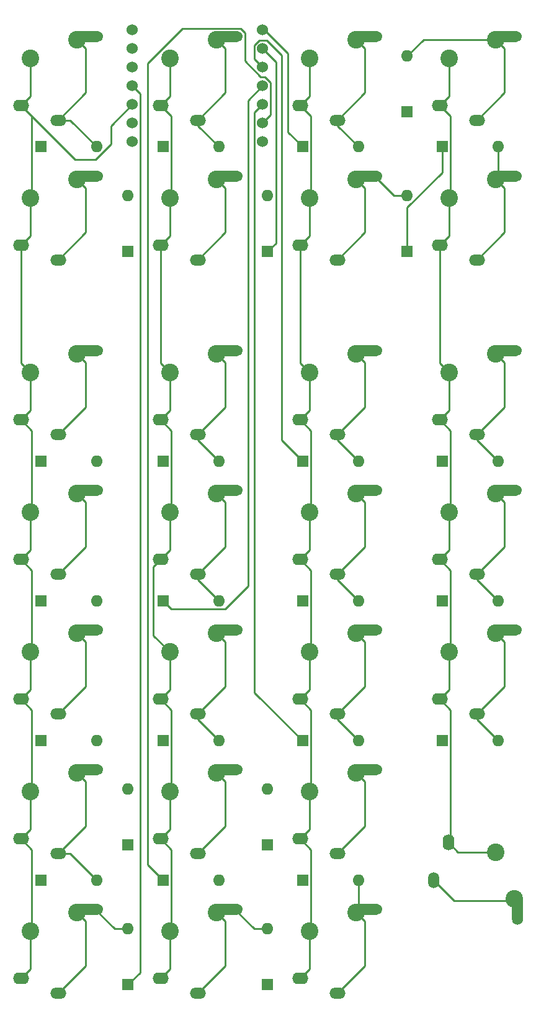
<source format=gbr>
%TF.GenerationSoftware,KiCad,Pcbnew,(7.0.0)*%
%TF.CreationDate,2023-04-04T17:59:29+09:00*%
%TF.ProjectId,fric10key,66726963-3130-46b6-9579-2e6b69636164,rev?*%
%TF.SameCoordinates,Original*%
%TF.FileFunction,Copper,L1,Top*%
%TF.FilePolarity,Positive*%
%FSLAX46Y46*%
G04 Gerber Fmt 4.6, Leading zero omitted, Abs format (unit mm)*
G04 Created by KiCad (PCBNEW (7.0.0)) date 2023-04-04 17:59:29*
%MOMM*%
%LPD*%
G01*
G04 APERTURE LIST*
G04 Aperture macros list*
%AMHorizOval*
0 Thick line with rounded ends*
0 $1 width*
0 $2 $3 position (X,Y) of the first rounded end (center of the circle)*
0 $4 $5 position (X,Y) of the second rounded end (center of the circle)*
0 Add line between two ends*
20,1,$1,$2,$3,$4,$5,0*
0 Add two circle primitives to create the rounded ends*
1,1,$1,$2,$3*
1,1,$1,$4,$5*%
G04 Aperture macros list end*
%TA.AperFunction,ComponentPad*%
%ADD10R,1.600000X1.600000*%
%TD*%
%TA.AperFunction,ComponentPad*%
%ADD11O,1.600000X1.600000*%
%TD*%
%TA.AperFunction,ComponentPad*%
%ADD12O,2.200000X1.600000*%
%TD*%
%TA.AperFunction,ComponentPad*%
%ADD13C,2.400000*%
%TD*%
%TA.AperFunction,ComponentPad*%
%ADD14O,2.200000X1.500000*%
%TD*%
%TA.AperFunction,ComponentPad*%
%ADD15HorizOval,1.500000X1.449945X0.012653X-1.449945X-0.012653X0*%
%TD*%
%TA.AperFunction,ComponentPad*%
%ADD16O,1.600000X2.200000*%
%TD*%
%TA.AperFunction,ComponentPad*%
%ADD17O,1.500000X2.200000*%
%TD*%
%TA.AperFunction,ComponentPad*%
%ADD18HorizOval,1.500000X0.012653X-1.449945X-0.012653X1.449945X0*%
%TD*%
%TA.AperFunction,ComponentPad*%
%ADD19C,1.524000*%
%TD*%
%TA.AperFunction,Conductor*%
%ADD20C,0.250000*%
%TD*%
G04 APERTURE END LIST*
D10*
%TO.P,D8,1,K*%
%TO.N,ROW2*%
X152399999Y-42862499D03*
D11*
%TO.P,D8,2,A*%
%TO.N,Net-(D8-A)*%
X160019999Y-42862499D03*
%TD*%
D12*
%TO.P,SW23,1,1*%
%TO.N,COL3*%
X133012499Y-137249999D03*
D13*
X134302500Y-130810000D03*
D14*
%TO.P,SW23,2,2*%
%TO.N,Net-(D23-A)*%
X138112499Y-139249999D03*
D13*
X140652500Y-128270000D03*
D15*
X142012541Y-127809598D03*
%TD*%
D12*
%TO.P,SW4,1,1*%
%TO.N,COL4*%
X152062499Y-37237499D03*
D13*
X153352500Y-30797500D03*
D14*
%TO.P,SW4,2,2*%
%TO.N,Net-(D4-A)*%
X157162499Y-39237499D03*
D13*
X159702500Y-28257500D03*
D15*
X161062541Y-27797098D03*
%TD*%
D10*
%TO.P,D21,1,K*%
%TO.N,ROW6*%
X97631249Y-142874999D03*
D11*
%TO.P,D21,2,A*%
%TO.N,Net-(D21-A)*%
X105251249Y-142874999D03*
%TD*%
D12*
%TO.P,SW26,1,1*%
%TO.N,COL2*%
X113962499Y-156299999D03*
D13*
X115252500Y-149860000D03*
D14*
%TO.P,SW26,2,2*%
%TO.N,Net-(D26-A)*%
X119062499Y-158299999D03*
D13*
X121602500Y-147320000D03*
D15*
X122962541Y-146859598D03*
%TD*%
D10*
%TO.P,D6,1,K*%
%TO.N,ROW2*%
X128587499Y-57149999D03*
D11*
%TO.P,D6,2,A*%
%TO.N,Net-(D6-A)*%
X128587499Y-49529999D03*
%TD*%
D10*
%TO.P,D14,1,K*%
%TO.N,ROW4*%
X114299999Y-104774999D03*
D11*
%TO.P,D14,2,A*%
%TO.N,Net-(D14-A)*%
X121919999Y-104774999D03*
%TD*%
D10*
%TO.P,D13,1,K*%
%TO.N,ROW4*%
X97631249Y-104774999D03*
D11*
%TO.P,D13,2,A*%
%TO.N,Net-(D13-A)*%
X105251249Y-104774999D03*
%TD*%
D12*
%TO.P,SW19,1,1*%
%TO.N,COL3*%
X133012499Y-118199999D03*
D13*
X134302500Y-111760000D03*
D14*
%TO.P,SW19,2,2*%
%TO.N,Net-(D19-A)*%
X138112499Y-120199999D03*
D13*
X140652500Y-109220000D03*
D15*
X142012541Y-108759598D03*
%TD*%
D12*
%TO.P,SW14,1,1*%
%TO.N,COL2*%
X113962499Y-99149999D03*
D13*
X115252500Y-92710000D03*
D14*
%TO.P,SW14,2,2*%
%TO.N,Net-(D14-A)*%
X119062499Y-101149999D03*
D13*
X121602500Y-90170000D03*
D15*
X122962541Y-89709598D03*
%TD*%
D10*
%TO.P,D7,1,K*%
%TO.N,ROW2*%
X147637499Y-57149999D03*
D11*
%TO.P,D7,2,A*%
%TO.N,Net-(D7-A)*%
X147637499Y-49529999D03*
%TD*%
D12*
%TO.P,SW2,1,1*%
%TO.N,COL2*%
X113962499Y-37237499D03*
D13*
X115252500Y-30797500D03*
D14*
%TO.P,SW2,2,2*%
%TO.N,Net-(D2-A)*%
X119062499Y-39237499D03*
D13*
X121602500Y-28257500D03*
D15*
X122962541Y-27797098D03*
%TD*%
D12*
%TO.P,SW16,1,1*%
%TO.N,COL4*%
X152062499Y-99149999D03*
D13*
X153352500Y-92710000D03*
D14*
%TO.P,SW16,2,2*%
%TO.N,Net-(D16-A)*%
X157162499Y-101149999D03*
D13*
X159702500Y-90170000D03*
D15*
X161062541Y-89709598D03*
%TD*%
D16*
%TO.P,SW24,1,1*%
%TO.N,COL4*%
X153262499Y-137774999D03*
D13*
X159702500Y-139065000D03*
D17*
%TO.P,SW24,2,2*%
%TO.N,Net-(D24-A)*%
X151262499Y-142874999D03*
D13*
X162242500Y-145415000D03*
D18*
X162702900Y-146775041D03*
%TD*%
D10*
%TO.P,D12,1,K*%
%TO.N,ROW3*%
X152399999Y-85724999D03*
D11*
%TO.P,D12,2,A*%
%TO.N,Net-(D12-A)*%
X160019999Y-85724999D03*
%TD*%
D12*
%TO.P,SW20,1,1*%
%TO.N,COL4*%
X152062499Y-118199999D03*
D13*
X153352500Y-111760000D03*
D14*
%TO.P,SW20,2,2*%
%TO.N,Net-(D20-A)*%
X157162499Y-120199999D03*
D13*
X159702500Y-109220000D03*
D15*
X161062541Y-108759598D03*
%TD*%
D12*
%TO.P,SW3,1,1*%
%TO.N,COL3*%
X133012499Y-37237499D03*
D13*
X134302500Y-30797500D03*
D14*
%TO.P,SW3,2,2*%
%TO.N,Net-(D3-A)*%
X138112499Y-39237499D03*
D13*
X140652500Y-28257500D03*
D15*
X142012541Y-27797098D03*
%TD*%
D10*
%TO.P,D5,1,K*%
%TO.N,ROW2*%
X109537499Y-57149999D03*
D11*
%TO.P,D5,2,A*%
%TO.N,Net-(D5-A)*%
X109537499Y-49529999D03*
%TD*%
D12*
%TO.P,SW12,1,1*%
%TO.N,COL4*%
X152062499Y-80099999D03*
D13*
X153352500Y-73660000D03*
D14*
%TO.P,SW12,2,2*%
%TO.N,Net-(D12-A)*%
X157162499Y-82099999D03*
D13*
X159702500Y-71120000D03*
D15*
X161062541Y-70659598D03*
%TD*%
D12*
%TO.P,SW10,1,1*%
%TO.N,COL2*%
X113962499Y-80099999D03*
D13*
X115252500Y-73660000D03*
D14*
%TO.P,SW10,2,2*%
%TO.N,Net-(D10-A)*%
X119062499Y-82099999D03*
D13*
X121602500Y-71120000D03*
D15*
X122962541Y-70659598D03*
%TD*%
D10*
%TO.P,D1,1,K*%
%TO.N,ROW1*%
X97631249Y-42862499D03*
D11*
%TO.P,D1,2,A*%
%TO.N,Net-(D1-A)*%
X105251249Y-42862499D03*
%TD*%
D10*
%TO.P,D23,1,K*%
%TO.N,ROW6*%
X128587499Y-138112499D03*
D11*
%TO.P,D23,2,A*%
%TO.N,Net-(D23-A)*%
X128587499Y-130492499D03*
%TD*%
D10*
%TO.P,D26,1,K*%
%TO.N,ROW7*%
X128587499Y-157162499D03*
D11*
%TO.P,D26,2,A*%
%TO.N,Net-(D26-A)*%
X128587499Y-149542499D03*
%TD*%
D10*
%TO.P,D24,1,K*%
%TO.N,ROW6*%
X114299999Y-142874999D03*
D11*
%TO.P,D24,2,A*%
%TO.N,Net-(D24-A)*%
X121919999Y-142874999D03*
%TD*%
D10*
%TO.P,D3,1,K*%
%TO.N,ROW1*%
X133349999Y-42862499D03*
D11*
%TO.P,D3,2,A*%
%TO.N,Net-(D3-A)*%
X140969999Y-42862499D03*
%TD*%
D12*
%TO.P,SW1,1,1*%
%TO.N,COL1*%
X94912499Y-37237499D03*
D13*
X96202500Y-30797500D03*
D14*
%TO.P,SW1,2,2*%
%TO.N,Net-(D1-A)*%
X100012499Y-39237499D03*
D13*
X102552500Y-28257500D03*
D15*
X103912541Y-27797098D03*
%TD*%
D10*
%TO.P,D22,1,K*%
%TO.N,ROW6*%
X109537499Y-138112499D03*
D11*
%TO.P,D22,2,A*%
%TO.N,Net-(D22-A)*%
X109537499Y-130492499D03*
%TD*%
D12*
%TO.P,SW9,1,1*%
%TO.N,COL1*%
X94912499Y-80099999D03*
D13*
X96202500Y-73660000D03*
D14*
%TO.P,SW9,2,2*%
%TO.N,Net-(D9-A)*%
X100012499Y-82099999D03*
D13*
X102552500Y-71120000D03*
D15*
X103912541Y-70659598D03*
%TD*%
D10*
%TO.P,D11,1,K*%
%TO.N,ROW3*%
X133349999Y-85724999D03*
D11*
%TO.P,D11,2,A*%
%TO.N,Net-(D11-A)*%
X140969999Y-85724999D03*
%TD*%
D10*
%TO.P,D4,1,K*%
%TO.N,ROW1*%
X147637499Y-38099999D03*
D11*
%TO.P,D4,2,A*%
%TO.N,Net-(D4-A)*%
X147637499Y-30479999D03*
%TD*%
D10*
%TO.P,D17,1,K*%
%TO.N,ROW5*%
X97631249Y-123824999D03*
D11*
%TO.P,D17,2,A*%
%TO.N,Net-(D17-A)*%
X105251249Y-123824999D03*
%TD*%
D12*
%TO.P,SW27,1,1*%
%TO.N,COL3*%
X133012499Y-156299999D03*
D13*
X134302500Y-149860000D03*
D14*
%TO.P,SW27,2,2*%
%TO.N,Net-(D27-A)*%
X138112499Y-158299999D03*
D13*
X140652500Y-147320000D03*
D15*
X142012541Y-146859598D03*
%TD*%
D12*
%TO.P,SW18,1,1*%
%TO.N,COL2*%
X113962499Y-118199999D03*
D13*
X115252500Y-111760000D03*
D14*
%TO.P,SW18,2,2*%
%TO.N,Net-(D18-A)*%
X119062499Y-120199999D03*
D13*
X121602500Y-109220000D03*
D15*
X122962541Y-108759598D03*
%TD*%
D12*
%TO.P,SW11,1,1*%
%TO.N,COL3*%
X133012499Y-80099999D03*
D13*
X134302500Y-73660000D03*
D14*
%TO.P,SW11,2,2*%
%TO.N,Net-(D11-A)*%
X138112499Y-82099999D03*
D13*
X140652500Y-71120000D03*
D15*
X142012541Y-70659598D03*
%TD*%
D10*
%TO.P,D20,1,K*%
%TO.N,ROW5*%
X152399999Y-123824999D03*
D11*
%TO.P,D20,2,A*%
%TO.N,Net-(D20-A)*%
X160019999Y-123824999D03*
%TD*%
D12*
%TO.P,SW25,1,1*%
%TO.N,COL1*%
X94912499Y-156299999D03*
D13*
X96202500Y-149860000D03*
D14*
%TO.P,SW25,2,2*%
%TO.N,Net-(D25-A)*%
X100012499Y-158299999D03*
D13*
X102552500Y-147320000D03*
D15*
X103912541Y-146859598D03*
%TD*%
D12*
%TO.P,SW6,1,1*%
%TO.N,COL2*%
X113962499Y-56287499D03*
D13*
X115252500Y-49847500D03*
D14*
%TO.P,SW6,2,2*%
%TO.N,Net-(D6-A)*%
X119062499Y-58287499D03*
D13*
X121602500Y-47307500D03*
D15*
X122962541Y-46847098D03*
%TD*%
D12*
%TO.P,SW15,1,1*%
%TO.N,COL3*%
X133012499Y-99149999D03*
D13*
X134302500Y-92710000D03*
D14*
%TO.P,SW15,2,2*%
%TO.N,Net-(D15-A)*%
X138112499Y-101149999D03*
D13*
X140652500Y-90170000D03*
D15*
X142012541Y-89709598D03*
%TD*%
D12*
%TO.P,SW5,1,1*%
%TO.N,COL1*%
X94912499Y-56287499D03*
D13*
X96202500Y-49847500D03*
D14*
%TO.P,SW5,2,2*%
%TO.N,Net-(D5-A)*%
X100012499Y-58287499D03*
D13*
X102552500Y-47307500D03*
D15*
X103912541Y-46847098D03*
%TD*%
D12*
%TO.P,SW22,1,1*%
%TO.N,COL2*%
X113962499Y-137249999D03*
D13*
X115252500Y-130810000D03*
D14*
%TO.P,SW22,2,2*%
%TO.N,Net-(D22-A)*%
X119062499Y-139249999D03*
D13*
X121602500Y-128270000D03*
D15*
X122962541Y-127809598D03*
%TD*%
D12*
%TO.P,SW17,1,1*%
%TO.N,COL1*%
X94912499Y-118199999D03*
D13*
X96202500Y-111760000D03*
D14*
%TO.P,SW17,2,2*%
%TO.N,Net-(D17-A)*%
X100012499Y-120199999D03*
D13*
X102552500Y-109220000D03*
D15*
X103912541Y-108759598D03*
%TD*%
D10*
%TO.P,D19,1,K*%
%TO.N,ROW5*%
X133349999Y-123824999D03*
D11*
%TO.P,D19,2,A*%
%TO.N,Net-(D19-A)*%
X140969999Y-123824999D03*
%TD*%
D10*
%TO.P,D9,1,K*%
%TO.N,ROW3*%
X97631249Y-85724999D03*
D11*
%TO.P,D9,2,A*%
%TO.N,Net-(D9-A)*%
X105251249Y-85724999D03*
%TD*%
D10*
%TO.P,D25,1,K*%
%TO.N,ROW7*%
X109537499Y-157162499D03*
D11*
%TO.P,D25,2,A*%
%TO.N,Net-(D25-A)*%
X109537499Y-149542499D03*
%TD*%
D10*
%TO.P,D10,1,K*%
%TO.N,ROW3*%
X114299999Y-85724999D03*
D11*
%TO.P,D10,2,A*%
%TO.N,Net-(D10-A)*%
X121919999Y-85724999D03*
%TD*%
D10*
%TO.P,D15,1,K*%
%TO.N,ROW4*%
X133349999Y-104774999D03*
D11*
%TO.P,D15,2,A*%
%TO.N,Net-(D15-A)*%
X140969999Y-104774999D03*
%TD*%
D12*
%TO.P,SW13,1,1*%
%TO.N,COL1*%
X94912499Y-99149999D03*
D13*
X96202500Y-92710000D03*
D14*
%TO.P,SW13,2,2*%
%TO.N,Net-(D13-A)*%
X100012499Y-101149999D03*
D13*
X102552500Y-90170000D03*
D15*
X103912541Y-89709598D03*
%TD*%
D10*
%TO.P,D27,1,K*%
%TO.N,ROW7*%
X133349999Y-142874999D03*
D11*
%TO.P,D27,2,A*%
%TO.N,Net-(D27-A)*%
X140969999Y-142874999D03*
%TD*%
D12*
%TO.P,SW7,1,1*%
%TO.N,COL3*%
X133012499Y-56287499D03*
D13*
X134302500Y-49847500D03*
D14*
%TO.P,SW7,2,2*%
%TO.N,Net-(D7-A)*%
X138112499Y-58287499D03*
D13*
X140652500Y-47307500D03*
D15*
X142012541Y-46847098D03*
%TD*%
D10*
%TO.P,D16,1,K*%
%TO.N,ROW4*%
X152399999Y-104774999D03*
D11*
%TO.P,D16,2,A*%
%TO.N,Net-(D16-A)*%
X160019999Y-104774999D03*
%TD*%
D10*
%TO.P,D2,1,K*%
%TO.N,ROW1*%
X114299999Y-42862499D03*
D11*
%TO.P,D2,2,A*%
%TO.N,Net-(D2-A)*%
X121919999Y-42862499D03*
%TD*%
D12*
%TO.P,SW8,1,1*%
%TO.N,COL4*%
X152062499Y-56287499D03*
D13*
X153352500Y-49847500D03*
D14*
%TO.P,SW8,2,2*%
%TO.N,Net-(D8-A)*%
X157162499Y-58287499D03*
D13*
X159702500Y-47307500D03*
D15*
X161062541Y-46847098D03*
%TD*%
D12*
%TO.P,SW21,1,1*%
%TO.N,COL1*%
X94912499Y-137249999D03*
D13*
X96202500Y-130810000D03*
D14*
%TO.P,SW21,2,2*%
%TO.N,Net-(D21-A)*%
X100012499Y-139249999D03*
D13*
X102552500Y-128270000D03*
D15*
X103912541Y-127809598D03*
%TD*%
D10*
%TO.P,D18,1,K*%
%TO.N,ROW5*%
X114299999Y-123824999D03*
D11*
%TO.P,D18,2,A*%
%TO.N,Net-(D18-A)*%
X121919999Y-123824999D03*
%TD*%
D19*
%TO.P,U1,1,PA02_A0_D0*%
%TO.N,ROW1*%
X127900000Y-26920000D03*
%TO.P,U1,2,PA4_A1_D1*%
%TO.N,ROW2*%
X127900000Y-29460000D03*
%TO.P,U1,3,PA10_A2_D2*%
%TO.N,ROW3*%
X127900000Y-32000000D03*
%TO.P,U1,4,PA11_A3_D3*%
%TO.N,ROW4*%
X127900000Y-34540000D03*
%TO.P,U1,5,PA8_A4_D4_SDA*%
%TO.N,ROW5*%
X127900000Y-37080000D03*
%TO.P,U1,6,PA9_A5_D5_SCL*%
%TO.N,ROW6*%
X127900000Y-39620000D03*
%TO.P,U1,7,PB08_A6_D6_TX*%
%TO.N,COL4*%
X127900000Y-42160000D03*
%TO.P,U1,8,PB09_A7_D7_RX*%
%TO.N,COL3*%
X110120000Y-42160000D03*
%TO.P,U1,9,PA7_A8_D8_SCK*%
%TO.N,COL2*%
X110120000Y-39620000D03*
%TO.P,U1,10,PA5_A9_D9_MISO*%
%TO.N,COL1*%
X110120000Y-37080000D03*
%TO.P,U1,11,PA6_A10_D10_MOSI*%
%TO.N,ROW7*%
X110120000Y-34540000D03*
%TO.P,U1,12,3V3*%
%TO.N,VCC*%
X110120000Y-32000000D03*
%TO.P,U1,13,GND*%
%TO.N,GND*%
X110120000Y-29460000D03*
%TO.P,U1,14,5V*%
%TO.N,unconnected-(U1-5V-Pad14)*%
X110120000Y-26920000D03*
%TD*%
D20*
%TO.N,ROW1*%
X131337500Y-40850000D02*
X133350000Y-42862500D01*
X128120000Y-26920000D02*
X131337500Y-30137500D01*
X131337500Y-30137500D02*
X131337500Y-40850000D01*
X127900000Y-26920000D02*
X128120000Y-26920000D01*
%TO.N,Net-(D1-A)*%
X100012500Y-39237500D02*
X101626250Y-39237500D01*
X103752500Y-29457500D02*
X103752500Y-35497500D01*
X101626250Y-39237500D02*
X105251250Y-42862500D01*
X103752500Y-35497500D02*
X100012500Y-39237500D01*
X102552500Y-28257500D02*
X103752500Y-29457500D01*
%TO.N,Net-(D2-A)*%
X122802500Y-35497500D02*
X119062500Y-39237500D01*
X119062500Y-39237500D02*
X119062500Y-40005000D01*
X121602500Y-28257500D02*
X122802500Y-29457500D01*
X119062500Y-40005000D02*
X121920000Y-42862500D01*
X122802500Y-29457500D02*
X122802500Y-35497500D01*
%TO.N,Net-(D3-A)*%
X141852500Y-35497500D02*
X138112500Y-39237500D01*
X140652500Y-28257500D02*
X141852500Y-29457500D01*
X138112500Y-39237500D02*
X138112500Y-40005000D01*
X138112500Y-40005000D02*
X140970000Y-42862500D01*
X141852500Y-29457500D02*
X141852500Y-35497500D01*
%TO.N,Net-(D4-A)*%
X160902500Y-35497500D02*
X157162500Y-39237500D01*
X160902500Y-29457500D02*
X160902500Y-35497500D01*
X149860000Y-28257500D02*
X147637500Y-30480000D01*
X159702500Y-28257500D02*
X160902500Y-29457500D01*
X159702500Y-28257500D02*
X149860000Y-28257500D01*
%TO.N,ROW2*%
X129712500Y-56025000D02*
X129712500Y-31272500D01*
X128587500Y-57150000D02*
X129712500Y-56025000D01*
X152400000Y-42862500D02*
X152400000Y-46358491D01*
X152400000Y-46358491D02*
X147637500Y-51120991D01*
X147637500Y-51120991D02*
X147637500Y-57150000D01*
X129712500Y-31272500D02*
X127900000Y-29460000D01*
%TO.N,Net-(D5-A)*%
X102552500Y-47307500D02*
X103752500Y-48507500D01*
X103752500Y-54547500D02*
X100012500Y-58287500D01*
X103752500Y-48507500D02*
X103752500Y-54547500D01*
%TO.N,Net-(D6-A)*%
X121602500Y-47307500D02*
X122802500Y-48507500D01*
X122802500Y-48507500D02*
X122802500Y-54547500D01*
X122802500Y-54547500D02*
X119062500Y-58287500D01*
%TO.N,Net-(D7-A)*%
X141852500Y-48507500D02*
X141852500Y-54547500D01*
X143112500Y-46837500D02*
X145805000Y-49530000D01*
X145805000Y-49530000D02*
X147637500Y-49530000D01*
X141852500Y-54547500D02*
X138112500Y-58287500D01*
X140652500Y-47307500D02*
X141852500Y-48507500D01*
%TO.N,Net-(D8-A)*%
X160902500Y-54547500D02*
X157162500Y-58287500D01*
X160020000Y-46990000D02*
X159702500Y-47307500D01*
X160902500Y-48507500D02*
X160902500Y-54547500D01*
X160020000Y-42862500D02*
X160020000Y-46990000D01*
X159702500Y-47307500D02*
X160902500Y-48507500D01*
%TO.N,ROW3*%
X127449749Y-28373000D02*
X128473000Y-28373000D01*
X130500000Y-30400000D02*
X130500000Y-82875000D01*
X126813000Y-29009749D02*
X127449749Y-28373000D01*
X128473000Y-28373000D02*
X130500000Y-30400000D01*
X126813000Y-30913000D02*
X126813000Y-29009749D01*
X127900000Y-32000000D02*
X126813000Y-30913000D01*
X130500000Y-82875000D02*
X133350000Y-85725000D01*
%TO.N,Net-(D9-A)*%
X103752500Y-78360000D02*
X100012500Y-82100000D01*
X102552500Y-71120000D02*
X103752500Y-72320000D01*
X103752500Y-72320000D02*
X103752500Y-78360000D01*
%TO.N,Net-(D10-A)*%
X122802500Y-78360000D02*
X119062500Y-82100000D01*
X121602500Y-71120000D02*
X122802500Y-72320000D01*
X119062500Y-82867500D02*
X121920000Y-85725000D01*
X122802500Y-72320000D02*
X122802500Y-78360000D01*
X119062500Y-82100000D02*
X119062500Y-82867500D01*
%TO.N,Net-(D11-A)*%
X138112500Y-82867500D02*
X140970000Y-85725000D01*
X141852500Y-78360000D02*
X138112500Y-82100000D01*
X138112500Y-82100000D02*
X138112500Y-82867500D01*
X140652500Y-71120000D02*
X141852500Y-72320000D01*
X141852500Y-72320000D02*
X141852500Y-78360000D01*
%TO.N,Net-(D12-A)*%
X160902500Y-78360000D02*
X157162500Y-82100000D01*
X157162500Y-82867500D02*
X160020000Y-85725000D01*
X160902500Y-72320000D02*
X160902500Y-78360000D01*
X157162500Y-82100000D02*
X157162500Y-82867500D01*
X159702500Y-71120000D02*
X160902500Y-72320000D01*
%TO.N,ROW4*%
X125900000Y-102763000D02*
X125900000Y-36540000D01*
X125900000Y-36540000D02*
X127900000Y-34540000D01*
X114300000Y-104775000D02*
X115425000Y-105900000D01*
X115425000Y-105900000D02*
X122763000Y-105900000D01*
X122763000Y-105900000D02*
X125900000Y-102763000D01*
%TO.N,Net-(D13-A)*%
X103752500Y-91370000D02*
X103752500Y-97410000D01*
X102552500Y-90170000D02*
X103752500Y-91370000D01*
X103752500Y-97410000D02*
X100012500Y-101150000D01*
%TO.N,Net-(D14-A)*%
X122802500Y-97410000D02*
X119062500Y-101150000D01*
X122802500Y-91370000D02*
X122802500Y-97410000D01*
X119062500Y-101917500D02*
X121920000Y-104775000D01*
X119062500Y-101150000D02*
X119062500Y-101917500D01*
X121602500Y-90170000D02*
X122802500Y-91370000D01*
%TO.N,Net-(D15-A)*%
X141852500Y-97410000D02*
X138112500Y-101150000D01*
X138112500Y-101150000D02*
X138112500Y-101917500D01*
X140652500Y-90170000D02*
X141852500Y-91370000D01*
X141852500Y-91370000D02*
X141852500Y-97410000D01*
X138112500Y-101917500D02*
X140970000Y-104775000D01*
%TO.N,Net-(D16-A)*%
X159702500Y-90170000D02*
X160902500Y-91370000D01*
X160902500Y-97410000D02*
X157162500Y-101150000D01*
X157162500Y-101917500D02*
X160020000Y-104775000D01*
X160902500Y-91370000D02*
X160902500Y-97410000D01*
X157162500Y-101150000D02*
X157162500Y-101917500D01*
%TO.N,ROW5*%
X127900000Y-37080000D02*
X126813000Y-38167000D01*
X126813000Y-38167000D02*
X126813000Y-117288000D01*
X126813000Y-117288000D02*
X133350000Y-123825000D01*
%TO.N,Net-(D17-A)*%
X103752500Y-110420000D02*
X103752500Y-116460000D01*
X102552500Y-109220000D02*
X103752500Y-110420000D01*
X103752500Y-116460000D02*
X100012500Y-120200000D01*
%TO.N,Net-(D18-A)*%
X121602500Y-109220000D02*
X122802500Y-110420000D01*
X122802500Y-110420000D02*
X122802500Y-116460000D01*
X119062500Y-120967500D02*
X121920000Y-123825000D01*
X122802500Y-116460000D02*
X119062500Y-120200000D01*
X119062500Y-120200000D02*
X119062500Y-120967500D01*
%TO.N,Net-(D19-A)*%
X141852500Y-116460000D02*
X138112500Y-120200000D01*
X138112500Y-120200000D02*
X138112500Y-120967500D01*
X138112500Y-120967500D02*
X140970000Y-123825000D01*
X141852500Y-110420000D02*
X141852500Y-116460000D01*
X140652500Y-109220000D02*
X141852500Y-110420000D01*
%TO.N,Net-(D20-A)*%
X160902500Y-110420000D02*
X160902500Y-116460000D01*
X160902500Y-116460000D02*
X157162500Y-120200000D01*
X159702500Y-109220000D02*
X160902500Y-110420000D01*
X157162500Y-120200000D02*
X157162500Y-120967500D01*
X157162500Y-120967500D02*
X160020000Y-123825000D01*
%TO.N,ROW6*%
X128197251Y-33300000D02*
X127662749Y-33300000D01*
X128987000Y-38533000D02*
X128987000Y-34089749D01*
X125491332Y-31128583D02*
X125491332Y-27291332D01*
X127662749Y-33300000D02*
X125491332Y-31128583D01*
X125491332Y-27291332D02*
X124905601Y-26705601D01*
X112200000Y-31500000D02*
X112200000Y-140775000D01*
X128987000Y-34089749D02*
X128197251Y-33300000D01*
X124905601Y-26705601D02*
X116994399Y-26705601D01*
X116994399Y-26705601D02*
X112200000Y-31500000D01*
X127900000Y-39620000D02*
X128987000Y-38533000D01*
X112200000Y-140775000D02*
X114300000Y-142875000D01*
%TO.N,Net-(D21-A)*%
X103752500Y-129470000D02*
X103752500Y-135510000D01*
X102552500Y-128270000D02*
X103752500Y-129470000D01*
X101626250Y-139250000D02*
X105251250Y-142875000D01*
X100012500Y-139250000D02*
X101626250Y-139250000D01*
X103752500Y-135510000D02*
X100012500Y-139250000D01*
%TO.N,Net-(D22-A)*%
X121602500Y-128270000D02*
X122802500Y-129470000D01*
X122802500Y-129470000D02*
X122802500Y-135510000D01*
X122802500Y-135510000D02*
X119062500Y-139250000D01*
%TO.N,Net-(D23-A)*%
X141852500Y-129470000D02*
X141852500Y-135510000D01*
X140652500Y-128270000D02*
X141852500Y-129470000D01*
X141852500Y-135510000D02*
X138112500Y-139250000D01*
%TO.N,Net-(D24-A)*%
X161957500Y-145700000D02*
X162242500Y-145415000D01*
X154087500Y-145700000D02*
X161957500Y-145700000D01*
X151262500Y-142875000D02*
X154087500Y-145700000D01*
%TO.N,ROW7*%
X109537500Y-157162500D02*
X111207000Y-155493000D01*
X111207000Y-155493000D02*
X111207000Y-35627000D01*
X111207000Y-35627000D02*
X110120000Y-34540000D01*
%TO.N,Net-(D25-A)*%
X103752500Y-154560000D02*
X100012500Y-158300000D01*
X103752500Y-148520000D02*
X103752500Y-154560000D01*
X105012500Y-146850000D02*
X107705000Y-149542500D01*
X102552500Y-147320000D02*
X103752500Y-148520000D01*
X107705000Y-149542500D02*
X109537500Y-149542500D01*
%TO.N,Net-(D26-A)*%
X122802500Y-148520000D02*
X122802500Y-154560000D01*
X128587500Y-149542500D02*
X126755000Y-149542500D01*
X126755000Y-149542500D02*
X124062500Y-146850000D01*
X121602500Y-147320000D02*
X122802500Y-148520000D01*
X122802500Y-154560000D02*
X119062500Y-158300000D01*
%TO.N,Net-(D27-A)*%
X141852500Y-148520000D02*
X141852500Y-154560000D01*
X141852500Y-154560000D02*
X138112500Y-158300000D01*
X140970000Y-147002500D02*
X140652500Y-147320000D01*
X140652500Y-147320000D02*
X141852500Y-148520000D01*
X140970000Y-142875000D02*
X140970000Y-147002500D01*
%TO.N,COL1*%
X94912500Y-137250000D02*
X96375000Y-138712500D01*
X94912500Y-56287500D02*
X94912500Y-72370000D01*
X94912500Y-37237500D02*
X96375000Y-38700000D01*
X96202500Y-111760000D02*
X96202500Y-116910000D01*
X96375000Y-119662500D02*
X96375000Y-130637500D01*
X96202500Y-130810000D02*
X96202500Y-135960000D01*
X94912500Y-80100000D02*
X96375000Y-81562500D01*
X96375000Y-49675000D02*
X96202500Y-49847500D01*
X96375000Y-130637500D02*
X96202500Y-130810000D01*
X96202500Y-78810000D02*
X94912500Y-80100000D01*
X96375000Y-81562500D02*
X96375000Y-92537500D01*
X96202500Y-135960000D02*
X94912500Y-137250000D01*
X96375000Y-111587500D02*
X96202500Y-111760000D01*
X96202500Y-116910000D02*
X94912500Y-118200000D01*
X96375000Y-100612500D02*
X96375000Y-111587500D01*
X102275000Y-44600000D02*
X105104741Y-44600000D01*
X94912500Y-72370000D02*
X96202500Y-73660000D01*
X96202500Y-149860000D02*
X96202500Y-155010000D01*
X105104741Y-44600000D02*
X107200000Y-42504741D01*
X96202500Y-30797500D02*
X96202500Y-35947500D01*
X107200000Y-42504741D02*
X107200000Y-40000000D01*
X94912500Y-37237500D02*
X102275000Y-44600000D01*
X96375000Y-92537500D02*
X96202500Y-92710000D01*
X96202500Y-155010000D02*
X94912500Y-156300000D01*
X96202500Y-49847500D02*
X96202500Y-54997500D01*
X96375000Y-138712500D02*
X96375000Y-149687500D01*
X96202500Y-35947500D02*
X94912500Y-37237500D01*
X94912500Y-99150000D02*
X96375000Y-100612500D01*
X96202500Y-97860000D02*
X94912500Y-99150000D01*
X96202500Y-73660000D02*
X96202500Y-78810000D01*
X96202500Y-54997500D02*
X94912500Y-56287500D01*
X94912500Y-118200000D02*
X96375000Y-119662500D01*
X96375000Y-149687500D02*
X96202500Y-149860000D01*
X96202500Y-92710000D02*
X96202500Y-97860000D01*
X107200000Y-40000000D02*
X110120000Y-37080000D01*
X96375000Y-38700000D02*
X96375000Y-49675000D01*
%TO.N,COL2*%
X115425000Y-92537500D02*
X115252500Y-92710000D01*
X115252500Y-73660000D02*
X115252500Y-78810000D01*
X113962500Y-56287500D02*
X113962500Y-72370000D01*
X113000000Y-100112500D02*
X113000000Y-109507500D01*
X113962500Y-80100000D02*
X115425000Y-81562500D01*
X115252500Y-149860000D02*
X115252500Y-155010000D01*
X115425000Y-119662500D02*
X115425000Y-130637500D01*
X115252500Y-35947500D02*
X113962500Y-37237500D01*
X115252500Y-49847500D02*
X115252500Y-54997500D01*
X113962500Y-72370000D02*
X115252500Y-73660000D01*
X115252500Y-97860000D02*
X113962500Y-99150000D01*
X115425000Y-149687500D02*
X115252500Y-149860000D01*
X115252500Y-130810000D02*
X115252500Y-135960000D01*
X115252500Y-135960000D02*
X113962500Y-137250000D01*
X115252500Y-54997500D02*
X113962500Y-56287500D01*
X115425000Y-49675000D02*
X115252500Y-49847500D01*
X115252500Y-78810000D02*
X113962500Y-80100000D01*
X115425000Y-38700000D02*
X115425000Y-49675000D01*
X113962500Y-37237500D02*
X115425000Y-38700000D01*
X115425000Y-81562500D02*
X115425000Y-92537500D01*
X115252500Y-116910000D02*
X113962500Y-118200000D01*
X115252500Y-111760000D02*
X115252500Y-116910000D01*
X113000000Y-109507500D02*
X115252500Y-111760000D01*
X115425000Y-130637500D02*
X115252500Y-130810000D01*
X113962500Y-137250000D02*
X115425000Y-138712500D01*
X113962500Y-118200000D02*
X115425000Y-119662500D01*
X115252500Y-30797500D02*
X115252500Y-35947500D01*
X115252500Y-155010000D02*
X113962500Y-156300000D01*
X115425000Y-138712500D02*
X115425000Y-149687500D01*
X113962500Y-99150000D02*
X113000000Y-100112500D01*
X115252500Y-92710000D02*
X115252500Y-97860000D01*
%TO.N,COL3*%
X134302500Y-78810000D02*
X133012500Y-80100000D01*
X134302500Y-35947500D02*
X133012500Y-37237500D01*
X134475000Y-130637500D02*
X134302500Y-130810000D01*
X134475000Y-92537500D02*
X134302500Y-92710000D01*
X133012500Y-80100000D02*
X134475000Y-81562500D01*
X134475000Y-81562500D02*
X134475000Y-92537500D01*
X134475000Y-119662500D02*
X134475000Y-130637500D01*
X134302500Y-73660000D02*
X134302500Y-78810000D01*
X133012500Y-99150000D02*
X134475000Y-100612500D01*
X134302500Y-49847500D02*
X134302500Y-54997500D01*
X134475000Y-100612500D02*
X134475000Y-111587500D01*
X134302500Y-116910000D02*
X133012500Y-118200000D01*
X134475000Y-49675000D02*
X134302500Y-49847500D01*
X133012500Y-37237500D02*
X134475000Y-38700000D01*
X134302500Y-130810000D02*
X134302500Y-135960000D01*
X134302500Y-30797500D02*
X134302500Y-35947500D01*
X133012500Y-137250000D02*
X134475000Y-138712500D01*
X133012500Y-72370000D02*
X134302500Y-73660000D01*
X134302500Y-92710000D02*
X134302500Y-97860000D01*
X134475000Y-138712500D02*
X134475000Y-149687500D01*
X134475000Y-149687500D02*
X134302500Y-149860000D01*
X134302500Y-155010000D02*
X133012500Y-156300000D01*
X133012500Y-56287500D02*
X133012500Y-72370000D01*
X134475000Y-111587500D02*
X134302500Y-111760000D01*
X134302500Y-54997500D02*
X133012500Y-56287500D01*
X134302500Y-149860000D02*
X134302500Y-155010000D01*
X133012500Y-118200000D02*
X134475000Y-119662500D01*
X134302500Y-97860000D02*
X133012500Y-99150000D01*
X134302500Y-135960000D02*
X133012500Y-137250000D01*
X134475000Y-38700000D02*
X134475000Y-49675000D01*
X134302500Y-111760000D02*
X134302500Y-116910000D01*
%TO.N,COL4*%
X153525000Y-111587500D02*
X153352500Y-111760000D01*
X152062500Y-99150000D02*
X153525000Y-100612500D01*
X153352500Y-116910000D02*
X152062500Y-118200000D01*
X153525000Y-100612500D02*
X153525000Y-111587500D01*
X153525000Y-119662500D02*
X153525000Y-137512500D01*
X153352500Y-111760000D02*
X153352500Y-116910000D01*
X153352500Y-78810000D02*
X152062500Y-80100000D01*
X153262500Y-137775000D02*
X154552500Y-139065000D01*
X153352500Y-92710000D02*
X153352500Y-97860000D01*
X153525000Y-49675000D02*
X153352500Y-49847500D01*
X153352500Y-35947500D02*
X152062500Y-37237500D01*
X153352500Y-73660000D02*
X153352500Y-78810000D01*
X152062500Y-118200000D02*
X153525000Y-119662500D01*
X153352500Y-30797500D02*
X153352500Y-35947500D01*
X154552500Y-139065000D02*
X159702500Y-139065000D01*
X152062500Y-80100000D02*
X153525000Y-81562500D01*
X153525000Y-92537500D02*
X153352500Y-92710000D01*
X153352500Y-49847500D02*
X153352500Y-54997500D01*
X153352500Y-97860000D02*
X152062500Y-99150000D01*
X153525000Y-81562500D02*
X153525000Y-92537500D01*
X153352500Y-54997500D02*
X152062500Y-56287500D01*
X153525000Y-38700000D02*
X153525000Y-49675000D01*
X153525000Y-137512500D02*
X153262500Y-137775000D01*
X152062500Y-56287500D02*
X152062500Y-72370000D01*
X152062500Y-37237500D02*
X153525000Y-38700000D01*
X152062500Y-72370000D02*
X153352500Y-73660000D01*
%TD*%
M02*

</source>
